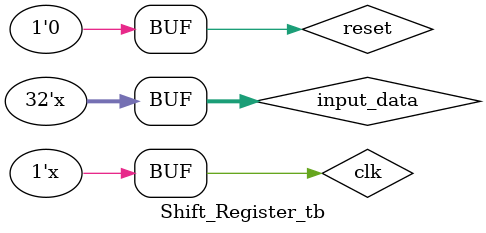
<source format=sv>
module Shift_Register_tb;
  localparam NPIPE_DEPTH = 3;
  localparam DATA_WIDTH = 32;
  bit clk;
  bit reset;
	logic [DATA_WIDTH-1:0] input_data;
	logic [DATA_WIDTH-1:0] output_data;

  //clock generation
  always #5 clk = ~clk;
  always #10 input_data = input_data + 1;
  
  //reset Generation
  initial begin
    reset = 1;
    input_data = 0;
    #5 reset = 0;
  end
  
  Shift_Register #(
    .NPIPE_DEPTH(NPIPE_DEPTH),
    .DATA_WIDTH(DATA_WIDTH)) 
  DUT (
    .clock(clk),
    .reset(reset),
		.input_data(input_data),
    .output_data(output_data)
  );

endmodule

</source>
